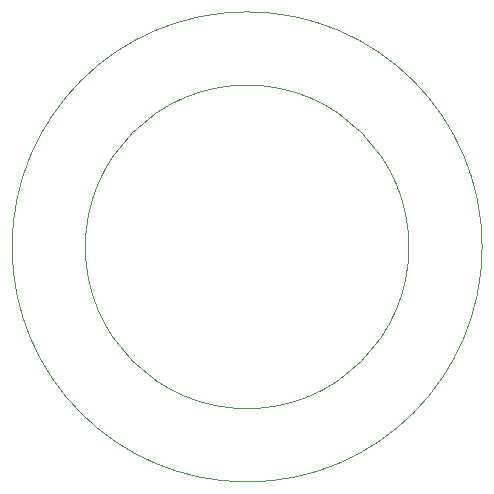
<source format=gbr>
%TF.GenerationSoftware,KiCad,Pcbnew,6.0.7-1.fc35*%
%TF.CreationDate,2022-12-16T23:41:26+01:00*%
%TF.ProjectId,inner,696e6e65-722e-46b6-9963-61645f706362,rev?*%
%TF.SameCoordinates,Original*%
%TF.FileFunction,Profile,NP*%
%FSLAX46Y46*%
G04 Gerber Fmt 4.6, Leading zero omitted, Abs format (unit mm)*
G04 Created by KiCad (PCBNEW 6.0.7-1.fc35) date 2022-12-16 23:41:26*
%MOMM*%
%LPD*%
G01*
G04 APERTURE LIST*
%TA.AperFunction,Profile*%
%ADD10C,0.050000*%
%TD*%
G04 APERTURE END LIST*
D10*
X213700000Y-100000000D02*
G75*
G03*
X213700000Y-100000000I-13700000J0D01*
G01*
X219900000Y-100000000D02*
G75*
G03*
X219900000Y-100000000I-19900000J0D01*
G01*
M02*

</source>
